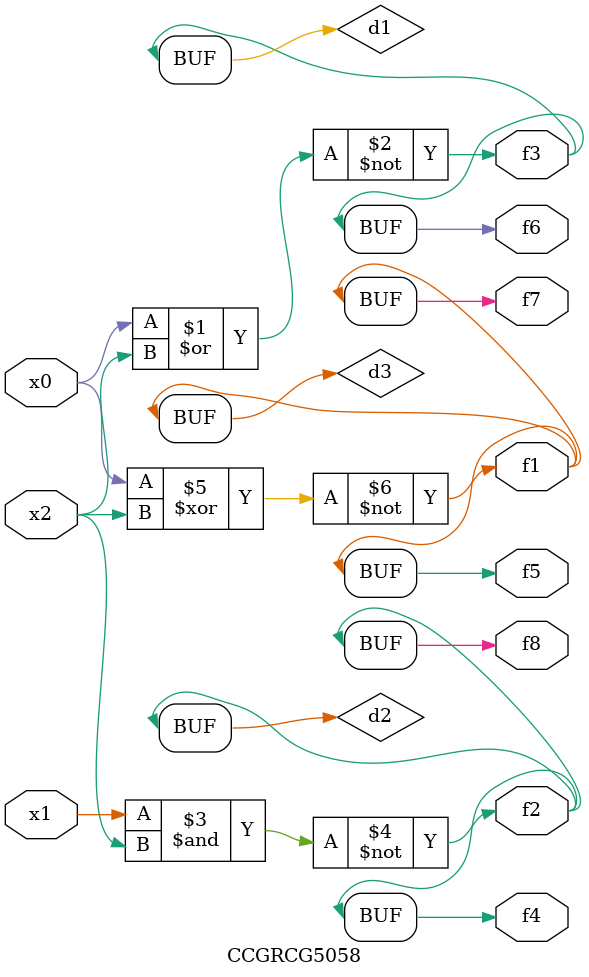
<source format=v>
module CCGRCG5058(
	input x0, x1, x2,
	output f1, f2, f3, f4, f5, f6, f7, f8
);

	wire d1, d2, d3;

	nor (d1, x0, x2);
	nand (d2, x1, x2);
	xnor (d3, x0, x2);
	assign f1 = d3;
	assign f2 = d2;
	assign f3 = d1;
	assign f4 = d2;
	assign f5 = d3;
	assign f6 = d1;
	assign f7 = d3;
	assign f8 = d2;
endmodule

</source>
